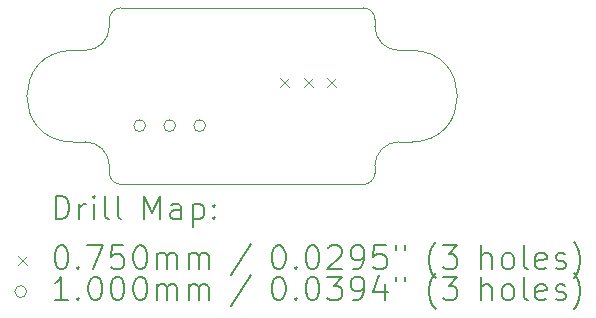
<source format=gbr>
%TF.GenerationSoftware,KiCad,Pcbnew,(7.0.0)*%
%TF.CreationDate,2023-03-10T21:17:03+00:00*%
%TF.ProjectId,12v_servo_driver,3132765f-7365-4727-966f-5f6472697665,A*%
%TF.SameCoordinates,Original*%
%TF.FileFunction,Drillmap*%
%TF.FilePolarity,Positive*%
%FSLAX45Y45*%
G04 Gerber Fmt 4.5, Leading zero omitted, Abs format (unit mm)*
G04 Created by KiCad (PCBNEW (7.0.0)) date 2023-03-10 21:17:03*
%MOMM*%
%LPD*%
G01*
G04 APERTURE LIST*
%ADD10C,0.050000*%
%ADD11C,0.200000*%
%ADD12C,0.075000*%
%ADD13C,0.100000*%
G04 APERTURE END LIST*
D10*
X14215110Y-10364470D02*
G75*
G03*
X14116050Y-10463530I0J-99060D01*
G01*
X14260830Y-10364470D02*
X14215110Y-10364470D01*
X16363950Y-10463530D02*
G75*
G03*
X16264890Y-10364470I-99060J0D01*
G01*
X16219170Y-11860530D02*
X16264890Y-11860530D01*
X16264890Y-11860530D02*
G75*
G03*
X16363950Y-11761470I0J99060D01*
G01*
X14116050Y-11761470D02*
G75*
G03*
X14215110Y-11860530I99060J0D01*
G01*
X14215110Y-11860530D02*
X16219170Y-11860530D01*
X16675100Y-11499850D02*
G75*
G03*
X16675100Y-10725150I0J387350D01*
G01*
X16363950Y-10521950D02*
G75*
G03*
X16567150Y-10725150I203200J0D01*
G01*
X13912850Y-10725150D02*
G75*
G03*
X14116050Y-10521950I0J203200D01*
G01*
X14116050Y-11703050D02*
G75*
G03*
X13912850Y-11499850I-203200J0D01*
G01*
X13912850Y-11499850D02*
X13804900Y-11499850D01*
X13912850Y-10725150D02*
X13804900Y-10725150D01*
X16675100Y-10725150D02*
X16567150Y-10725150D01*
X16567150Y-11499850D02*
X16675100Y-11499850D01*
X16363950Y-11761470D02*
X16363950Y-11703050D01*
X14116050Y-11761470D02*
X14116050Y-11703050D01*
X14116050Y-10521950D02*
X14116050Y-10463530D01*
X16264890Y-10364470D02*
X14260830Y-10364470D01*
X16363950Y-10463530D02*
X16363950Y-10521950D01*
X16567150Y-11499850D02*
G75*
G03*
X16363950Y-11703050I0J-203200D01*
G01*
X13804900Y-10725150D02*
G75*
G03*
X13804900Y-11499850I0J-387350D01*
G01*
D11*
D12*
X15562500Y-10957500D02*
X15637500Y-11032500D01*
X15637500Y-10957500D02*
X15562500Y-11032500D01*
X15762500Y-10957500D02*
X15837500Y-11032500D01*
X15837500Y-10957500D02*
X15762500Y-11032500D01*
X15962500Y-10957500D02*
X16037500Y-11032500D01*
X16037500Y-10957500D02*
X15962500Y-11032500D01*
D13*
X14422500Y-11362500D02*
G75*
G03*
X14422500Y-11362500I-50000J0D01*
G01*
X14676500Y-11362500D02*
G75*
G03*
X14676500Y-11362500I-50000J0D01*
G01*
X14930500Y-11362500D02*
G75*
G03*
X14930500Y-11362500I-50000J0D01*
G01*
D11*
X13662669Y-12156506D02*
X13662669Y-11956506D01*
X13662669Y-11956506D02*
X13710288Y-11956506D01*
X13710288Y-11956506D02*
X13738859Y-11966030D01*
X13738859Y-11966030D02*
X13757907Y-11985078D01*
X13757907Y-11985078D02*
X13767431Y-12004125D01*
X13767431Y-12004125D02*
X13776955Y-12042220D01*
X13776955Y-12042220D02*
X13776955Y-12070792D01*
X13776955Y-12070792D02*
X13767431Y-12108887D01*
X13767431Y-12108887D02*
X13757907Y-12127935D01*
X13757907Y-12127935D02*
X13738859Y-12146982D01*
X13738859Y-12146982D02*
X13710288Y-12156506D01*
X13710288Y-12156506D02*
X13662669Y-12156506D01*
X13862669Y-12156506D02*
X13862669Y-12023173D01*
X13862669Y-12061268D02*
X13872193Y-12042220D01*
X13872193Y-12042220D02*
X13881717Y-12032697D01*
X13881717Y-12032697D02*
X13900764Y-12023173D01*
X13900764Y-12023173D02*
X13919812Y-12023173D01*
X13986478Y-12156506D02*
X13986478Y-12023173D01*
X13986478Y-11956506D02*
X13976955Y-11966030D01*
X13976955Y-11966030D02*
X13986478Y-11975554D01*
X13986478Y-11975554D02*
X13996002Y-11966030D01*
X13996002Y-11966030D02*
X13986478Y-11956506D01*
X13986478Y-11956506D02*
X13986478Y-11975554D01*
X14110288Y-12156506D02*
X14091240Y-12146982D01*
X14091240Y-12146982D02*
X14081717Y-12127935D01*
X14081717Y-12127935D02*
X14081717Y-11956506D01*
X14215050Y-12156506D02*
X14196002Y-12146982D01*
X14196002Y-12146982D02*
X14186478Y-12127935D01*
X14186478Y-12127935D02*
X14186478Y-11956506D01*
X14411240Y-12156506D02*
X14411240Y-11956506D01*
X14411240Y-11956506D02*
X14477907Y-12099363D01*
X14477907Y-12099363D02*
X14544574Y-11956506D01*
X14544574Y-11956506D02*
X14544574Y-12156506D01*
X14725526Y-12156506D02*
X14725526Y-12051744D01*
X14725526Y-12051744D02*
X14716002Y-12032697D01*
X14716002Y-12032697D02*
X14696955Y-12023173D01*
X14696955Y-12023173D02*
X14658859Y-12023173D01*
X14658859Y-12023173D02*
X14639812Y-12032697D01*
X14725526Y-12146982D02*
X14706478Y-12156506D01*
X14706478Y-12156506D02*
X14658859Y-12156506D01*
X14658859Y-12156506D02*
X14639812Y-12146982D01*
X14639812Y-12146982D02*
X14630288Y-12127935D01*
X14630288Y-12127935D02*
X14630288Y-12108887D01*
X14630288Y-12108887D02*
X14639812Y-12089839D01*
X14639812Y-12089839D02*
X14658859Y-12080316D01*
X14658859Y-12080316D02*
X14706478Y-12080316D01*
X14706478Y-12080316D02*
X14725526Y-12070792D01*
X14820764Y-12023173D02*
X14820764Y-12223173D01*
X14820764Y-12032697D02*
X14839812Y-12023173D01*
X14839812Y-12023173D02*
X14877907Y-12023173D01*
X14877907Y-12023173D02*
X14896955Y-12032697D01*
X14896955Y-12032697D02*
X14906478Y-12042220D01*
X14906478Y-12042220D02*
X14916002Y-12061268D01*
X14916002Y-12061268D02*
X14916002Y-12118411D01*
X14916002Y-12118411D02*
X14906478Y-12137458D01*
X14906478Y-12137458D02*
X14896955Y-12146982D01*
X14896955Y-12146982D02*
X14877907Y-12156506D01*
X14877907Y-12156506D02*
X14839812Y-12156506D01*
X14839812Y-12156506D02*
X14820764Y-12146982D01*
X15001717Y-12137458D02*
X15011240Y-12146982D01*
X15011240Y-12146982D02*
X15001717Y-12156506D01*
X15001717Y-12156506D02*
X14992193Y-12146982D01*
X14992193Y-12146982D02*
X15001717Y-12137458D01*
X15001717Y-12137458D02*
X15001717Y-12156506D01*
X15001717Y-12032697D02*
X15011240Y-12042220D01*
X15011240Y-12042220D02*
X15001717Y-12051744D01*
X15001717Y-12051744D02*
X14992193Y-12042220D01*
X14992193Y-12042220D02*
X15001717Y-12032697D01*
X15001717Y-12032697D02*
X15001717Y-12051744D01*
D12*
X13340050Y-12465530D02*
X13415050Y-12540530D01*
X13415050Y-12465530D02*
X13340050Y-12540530D01*
D11*
X13700764Y-12376506D02*
X13719812Y-12376506D01*
X13719812Y-12376506D02*
X13738859Y-12386030D01*
X13738859Y-12386030D02*
X13748383Y-12395554D01*
X13748383Y-12395554D02*
X13757907Y-12414601D01*
X13757907Y-12414601D02*
X13767431Y-12452697D01*
X13767431Y-12452697D02*
X13767431Y-12500316D01*
X13767431Y-12500316D02*
X13757907Y-12538411D01*
X13757907Y-12538411D02*
X13748383Y-12557458D01*
X13748383Y-12557458D02*
X13738859Y-12566982D01*
X13738859Y-12566982D02*
X13719812Y-12576506D01*
X13719812Y-12576506D02*
X13700764Y-12576506D01*
X13700764Y-12576506D02*
X13681717Y-12566982D01*
X13681717Y-12566982D02*
X13672193Y-12557458D01*
X13672193Y-12557458D02*
X13662669Y-12538411D01*
X13662669Y-12538411D02*
X13653145Y-12500316D01*
X13653145Y-12500316D02*
X13653145Y-12452697D01*
X13653145Y-12452697D02*
X13662669Y-12414601D01*
X13662669Y-12414601D02*
X13672193Y-12395554D01*
X13672193Y-12395554D02*
X13681717Y-12386030D01*
X13681717Y-12386030D02*
X13700764Y-12376506D01*
X13853145Y-12557458D02*
X13862669Y-12566982D01*
X13862669Y-12566982D02*
X13853145Y-12576506D01*
X13853145Y-12576506D02*
X13843621Y-12566982D01*
X13843621Y-12566982D02*
X13853145Y-12557458D01*
X13853145Y-12557458D02*
X13853145Y-12576506D01*
X13929336Y-12376506D02*
X14062669Y-12376506D01*
X14062669Y-12376506D02*
X13976955Y-12576506D01*
X14234098Y-12376506D02*
X14138859Y-12376506D01*
X14138859Y-12376506D02*
X14129336Y-12471744D01*
X14129336Y-12471744D02*
X14138859Y-12462220D01*
X14138859Y-12462220D02*
X14157907Y-12452697D01*
X14157907Y-12452697D02*
X14205526Y-12452697D01*
X14205526Y-12452697D02*
X14224574Y-12462220D01*
X14224574Y-12462220D02*
X14234098Y-12471744D01*
X14234098Y-12471744D02*
X14243621Y-12490792D01*
X14243621Y-12490792D02*
X14243621Y-12538411D01*
X14243621Y-12538411D02*
X14234098Y-12557458D01*
X14234098Y-12557458D02*
X14224574Y-12566982D01*
X14224574Y-12566982D02*
X14205526Y-12576506D01*
X14205526Y-12576506D02*
X14157907Y-12576506D01*
X14157907Y-12576506D02*
X14138859Y-12566982D01*
X14138859Y-12566982D02*
X14129336Y-12557458D01*
X14367431Y-12376506D02*
X14386479Y-12376506D01*
X14386479Y-12376506D02*
X14405526Y-12386030D01*
X14405526Y-12386030D02*
X14415050Y-12395554D01*
X14415050Y-12395554D02*
X14424574Y-12414601D01*
X14424574Y-12414601D02*
X14434098Y-12452697D01*
X14434098Y-12452697D02*
X14434098Y-12500316D01*
X14434098Y-12500316D02*
X14424574Y-12538411D01*
X14424574Y-12538411D02*
X14415050Y-12557458D01*
X14415050Y-12557458D02*
X14405526Y-12566982D01*
X14405526Y-12566982D02*
X14386479Y-12576506D01*
X14386479Y-12576506D02*
X14367431Y-12576506D01*
X14367431Y-12576506D02*
X14348383Y-12566982D01*
X14348383Y-12566982D02*
X14338859Y-12557458D01*
X14338859Y-12557458D02*
X14329336Y-12538411D01*
X14329336Y-12538411D02*
X14319812Y-12500316D01*
X14319812Y-12500316D02*
X14319812Y-12452697D01*
X14319812Y-12452697D02*
X14329336Y-12414601D01*
X14329336Y-12414601D02*
X14338859Y-12395554D01*
X14338859Y-12395554D02*
X14348383Y-12386030D01*
X14348383Y-12386030D02*
X14367431Y-12376506D01*
X14519812Y-12576506D02*
X14519812Y-12443173D01*
X14519812Y-12462220D02*
X14529336Y-12452697D01*
X14529336Y-12452697D02*
X14548383Y-12443173D01*
X14548383Y-12443173D02*
X14576955Y-12443173D01*
X14576955Y-12443173D02*
X14596002Y-12452697D01*
X14596002Y-12452697D02*
X14605526Y-12471744D01*
X14605526Y-12471744D02*
X14605526Y-12576506D01*
X14605526Y-12471744D02*
X14615050Y-12452697D01*
X14615050Y-12452697D02*
X14634098Y-12443173D01*
X14634098Y-12443173D02*
X14662669Y-12443173D01*
X14662669Y-12443173D02*
X14681717Y-12452697D01*
X14681717Y-12452697D02*
X14691240Y-12471744D01*
X14691240Y-12471744D02*
X14691240Y-12576506D01*
X14786479Y-12576506D02*
X14786479Y-12443173D01*
X14786479Y-12462220D02*
X14796002Y-12452697D01*
X14796002Y-12452697D02*
X14815050Y-12443173D01*
X14815050Y-12443173D02*
X14843621Y-12443173D01*
X14843621Y-12443173D02*
X14862669Y-12452697D01*
X14862669Y-12452697D02*
X14872193Y-12471744D01*
X14872193Y-12471744D02*
X14872193Y-12576506D01*
X14872193Y-12471744D02*
X14881717Y-12452697D01*
X14881717Y-12452697D02*
X14900764Y-12443173D01*
X14900764Y-12443173D02*
X14929336Y-12443173D01*
X14929336Y-12443173D02*
X14948383Y-12452697D01*
X14948383Y-12452697D02*
X14957907Y-12471744D01*
X14957907Y-12471744D02*
X14957907Y-12576506D01*
X15316002Y-12366982D02*
X15144574Y-12624125D01*
X15540764Y-12376506D02*
X15559812Y-12376506D01*
X15559812Y-12376506D02*
X15578860Y-12386030D01*
X15578860Y-12386030D02*
X15588383Y-12395554D01*
X15588383Y-12395554D02*
X15597907Y-12414601D01*
X15597907Y-12414601D02*
X15607431Y-12452697D01*
X15607431Y-12452697D02*
X15607431Y-12500316D01*
X15607431Y-12500316D02*
X15597907Y-12538411D01*
X15597907Y-12538411D02*
X15588383Y-12557458D01*
X15588383Y-12557458D02*
X15578860Y-12566982D01*
X15578860Y-12566982D02*
X15559812Y-12576506D01*
X15559812Y-12576506D02*
X15540764Y-12576506D01*
X15540764Y-12576506D02*
X15521717Y-12566982D01*
X15521717Y-12566982D02*
X15512193Y-12557458D01*
X15512193Y-12557458D02*
X15502669Y-12538411D01*
X15502669Y-12538411D02*
X15493145Y-12500316D01*
X15493145Y-12500316D02*
X15493145Y-12452697D01*
X15493145Y-12452697D02*
X15502669Y-12414601D01*
X15502669Y-12414601D02*
X15512193Y-12395554D01*
X15512193Y-12395554D02*
X15521717Y-12386030D01*
X15521717Y-12386030D02*
X15540764Y-12376506D01*
X15693145Y-12557458D02*
X15702669Y-12566982D01*
X15702669Y-12566982D02*
X15693145Y-12576506D01*
X15693145Y-12576506D02*
X15683621Y-12566982D01*
X15683621Y-12566982D02*
X15693145Y-12557458D01*
X15693145Y-12557458D02*
X15693145Y-12576506D01*
X15826479Y-12376506D02*
X15845526Y-12376506D01*
X15845526Y-12376506D02*
X15864574Y-12386030D01*
X15864574Y-12386030D02*
X15874098Y-12395554D01*
X15874098Y-12395554D02*
X15883621Y-12414601D01*
X15883621Y-12414601D02*
X15893145Y-12452697D01*
X15893145Y-12452697D02*
X15893145Y-12500316D01*
X15893145Y-12500316D02*
X15883621Y-12538411D01*
X15883621Y-12538411D02*
X15874098Y-12557458D01*
X15874098Y-12557458D02*
X15864574Y-12566982D01*
X15864574Y-12566982D02*
X15845526Y-12576506D01*
X15845526Y-12576506D02*
X15826479Y-12576506D01*
X15826479Y-12576506D02*
X15807431Y-12566982D01*
X15807431Y-12566982D02*
X15797907Y-12557458D01*
X15797907Y-12557458D02*
X15788383Y-12538411D01*
X15788383Y-12538411D02*
X15778860Y-12500316D01*
X15778860Y-12500316D02*
X15778860Y-12452697D01*
X15778860Y-12452697D02*
X15788383Y-12414601D01*
X15788383Y-12414601D02*
X15797907Y-12395554D01*
X15797907Y-12395554D02*
X15807431Y-12386030D01*
X15807431Y-12386030D02*
X15826479Y-12376506D01*
X15969336Y-12395554D02*
X15978860Y-12386030D01*
X15978860Y-12386030D02*
X15997907Y-12376506D01*
X15997907Y-12376506D02*
X16045526Y-12376506D01*
X16045526Y-12376506D02*
X16064574Y-12386030D01*
X16064574Y-12386030D02*
X16074098Y-12395554D01*
X16074098Y-12395554D02*
X16083621Y-12414601D01*
X16083621Y-12414601D02*
X16083621Y-12433649D01*
X16083621Y-12433649D02*
X16074098Y-12462220D01*
X16074098Y-12462220D02*
X15959812Y-12576506D01*
X15959812Y-12576506D02*
X16083621Y-12576506D01*
X16178860Y-12576506D02*
X16216955Y-12576506D01*
X16216955Y-12576506D02*
X16236002Y-12566982D01*
X16236002Y-12566982D02*
X16245526Y-12557458D01*
X16245526Y-12557458D02*
X16264574Y-12528887D01*
X16264574Y-12528887D02*
X16274098Y-12490792D01*
X16274098Y-12490792D02*
X16274098Y-12414601D01*
X16274098Y-12414601D02*
X16264574Y-12395554D01*
X16264574Y-12395554D02*
X16255050Y-12386030D01*
X16255050Y-12386030D02*
X16236002Y-12376506D01*
X16236002Y-12376506D02*
X16197907Y-12376506D01*
X16197907Y-12376506D02*
X16178860Y-12386030D01*
X16178860Y-12386030D02*
X16169336Y-12395554D01*
X16169336Y-12395554D02*
X16159812Y-12414601D01*
X16159812Y-12414601D02*
X16159812Y-12462220D01*
X16159812Y-12462220D02*
X16169336Y-12481268D01*
X16169336Y-12481268D02*
X16178860Y-12490792D01*
X16178860Y-12490792D02*
X16197907Y-12500316D01*
X16197907Y-12500316D02*
X16236002Y-12500316D01*
X16236002Y-12500316D02*
X16255050Y-12490792D01*
X16255050Y-12490792D02*
X16264574Y-12481268D01*
X16264574Y-12481268D02*
X16274098Y-12462220D01*
X16455050Y-12376506D02*
X16359812Y-12376506D01*
X16359812Y-12376506D02*
X16350288Y-12471744D01*
X16350288Y-12471744D02*
X16359812Y-12462220D01*
X16359812Y-12462220D02*
X16378860Y-12452697D01*
X16378860Y-12452697D02*
X16426479Y-12452697D01*
X16426479Y-12452697D02*
X16445526Y-12462220D01*
X16445526Y-12462220D02*
X16455050Y-12471744D01*
X16455050Y-12471744D02*
X16464574Y-12490792D01*
X16464574Y-12490792D02*
X16464574Y-12538411D01*
X16464574Y-12538411D02*
X16455050Y-12557458D01*
X16455050Y-12557458D02*
X16445526Y-12566982D01*
X16445526Y-12566982D02*
X16426479Y-12576506D01*
X16426479Y-12576506D02*
X16378860Y-12576506D01*
X16378860Y-12576506D02*
X16359812Y-12566982D01*
X16359812Y-12566982D02*
X16350288Y-12557458D01*
X16540764Y-12376506D02*
X16540764Y-12414601D01*
X16616955Y-12376506D02*
X16616955Y-12414601D01*
X16879812Y-12652697D02*
X16870288Y-12643173D01*
X16870288Y-12643173D02*
X16851241Y-12614601D01*
X16851241Y-12614601D02*
X16841717Y-12595554D01*
X16841717Y-12595554D02*
X16832193Y-12566982D01*
X16832193Y-12566982D02*
X16822669Y-12519363D01*
X16822669Y-12519363D02*
X16822669Y-12481268D01*
X16822669Y-12481268D02*
X16832193Y-12433649D01*
X16832193Y-12433649D02*
X16841717Y-12405078D01*
X16841717Y-12405078D02*
X16851241Y-12386030D01*
X16851241Y-12386030D02*
X16870288Y-12357458D01*
X16870288Y-12357458D02*
X16879812Y-12347935D01*
X16936955Y-12376506D02*
X17060764Y-12376506D01*
X17060764Y-12376506D02*
X16994098Y-12452697D01*
X16994098Y-12452697D02*
X17022669Y-12452697D01*
X17022669Y-12452697D02*
X17041717Y-12462220D01*
X17041717Y-12462220D02*
X17051241Y-12471744D01*
X17051241Y-12471744D02*
X17060764Y-12490792D01*
X17060764Y-12490792D02*
X17060764Y-12538411D01*
X17060764Y-12538411D02*
X17051241Y-12557458D01*
X17051241Y-12557458D02*
X17041717Y-12566982D01*
X17041717Y-12566982D02*
X17022669Y-12576506D01*
X17022669Y-12576506D02*
X16965526Y-12576506D01*
X16965526Y-12576506D02*
X16946479Y-12566982D01*
X16946479Y-12566982D02*
X16936955Y-12557458D01*
X17266479Y-12576506D02*
X17266479Y-12376506D01*
X17352193Y-12576506D02*
X17352193Y-12471744D01*
X17352193Y-12471744D02*
X17342669Y-12452697D01*
X17342669Y-12452697D02*
X17323622Y-12443173D01*
X17323622Y-12443173D02*
X17295050Y-12443173D01*
X17295050Y-12443173D02*
X17276003Y-12452697D01*
X17276003Y-12452697D02*
X17266479Y-12462220D01*
X17476003Y-12576506D02*
X17456955Y-12566982D01*
X17456955Y-12566982D02*
X17447431Y-12557458D01*
X17447431Y-12557458D02*
X17437907Y-12538411D01*
X17437907Y-12538411D02*
X17437907Y-12481268D01*
X17437907Y-12481268D02*
X17447431Y-12462220D01*
X17447431Y-12462220D02*
X17456955Y-12452697D01*
X17456955Y-12452697D02*
X17476003Y-12443173D01*
X17476003Y-12443173D02*
X17504574Y-12443173D01*
X17504574Y-12443173D02*
X17523622Y-12452697D01*
X17523622Y-12452697D02*
X17533145Y-12462220D01*
X17533145Y-12462220D02*
X17542669Y-12481268D01*
X17542669Y-12481268D02*
X17542669Y-12538411D01*
X17542669Y-12538411D02*
X17533145Y-12557458D01*
X17533145Y-12557458D02*
X17523622Y-12566982D01*
X17523622Y-12566982D02*
X17504574Y-12576506D01*
X17504574Y-12576506D02*
X17476003Y-12576506D01*
X17656955Y-12576506D02*
X17637907Y-12566982D01*
X17637907Y-12566982D02*
X17628384Y-12547935D01*
X17628384Y-12547935D02*
X17628384Y-12376506D01*
X17809336Y-12566982D02*
X17790288Y-12576506D01*
X17790288Y-12576506D02*
X17752193Y-12576506D01*
X17752193Y-12576506D02*
X17733145Y-12566982D01*
X17733145Y-12566982D02*
X17723622Y-12547935D01*
X17723622Y-12547935D02*
X17723622Y-12471744D01*
X17723622Y-12471744D02*
X17733145Y-12452697D01*
X17733145Y-12452697D02*
X17752193Y-12443173D01*
X17752193Y-12443173D02*
X17790288Y-12443173D01*
X17790288Y-12443173D02*
X17809336Y-12452697D01*
X17809336Y-12452697D02*
X17818860Y-12471744D01*
X17818860Y-12471744D02*
X17818860Y-12490792D01*
X17818860Y-12490792D02*
X17723622Y-12509839D01*
X17895050Y-12566982D02*
X17914098Y-12576506D01*
X17914098Y-12576506D02*
X17952193Y-12576506D01*
X17952193Y-12576506D02*
X17971241Y-12566982D01*
X17971241Y-12566982D02*
X17980765Y-12547935D01*
X17980765Y-12547935D02*
X17980765Y-12538411D01*
X17980765Y-12538411D02*
X17971241Y-12519363D01*
X17971241Y-12519363D02*
X17952193Y-12509839D01*
X17952193Y-12509839D02*
X17923622Y-12509839D01*
X17923622Y-12509839D02*
X17904574Y-12500316D01*
X17904574Y-12500316D02*
X17895050Y-12481268D01*
X17895050Y-12481268D02*
X17895050Y-12471744D01*
X17895050Y-12471744D02*
X17904574Y-12452697D01*
X17904574Y-12452697D02*
X17923622Y-12443173D01*
X17923622Y-12443173D02*
X17952193Y-12443173D01*
X17952193Y-12443173D02*
X17971241Y-12452697D01*
X18047431Y-12652697D02*
X18056955Y-12643173D01*
X18056955Y-12643173D02*
X18076003Y-12614601D01*
X18076003Y-12614601D02*
X18085526Y-12595554D01*
X18085526Y-12595554D02*
X18095050Y-12566982D01*
X18095050Y-12566982D02*
X18104574Y-12519363D01*
X18104574Y-12519363D02*
X18104574Y-12481268D01*
X18104574Y-12481268D02*
X18095050Y-12433649D01*
X18095050Y-12433649D02*
X18085526Y-12405078D01*
X18085526Y-12405078D02*
X18076003Y-12386030D01*
X18076003Y-12386030D02*
X18056955Y-12357458D01*
X18056955Y-12357458D02*
X18047431Y-12347935D01*
D13*
X13415050Y-12767030D02*
G75*
G03*
X13415050Y-12767030I-50000J0D01*
G01*
D11*
X13767431Y-12840506D02*
X13653145Y-12840506D01*
X13710288Y-12840506D02*
X13710288Y-12640506D01*
X13710288Y-12640506D02*
X13691240Y-12669078D01*
X13691240Y-12669078D02*
X13672193Y-12688125D01*
X13672193Y-12688125D02*
X13653145Y-12697649D01*
X13853145Y-12821458D02*
X13862669Y-12830982D01*
X13862669Y-12830982D02*
X13853145Y-12840506D01*
X13853145Y-12840506D02*
X13843621Y-12830982D01*
X13843621Y-12830982D02*
X13853145Y-12821458D01*
X13853145Y-12821458D02*
X13853145Y-12840506D01*
X13986478Y-12640506D02*
X14005526Y-12640506D01*
X14005526Y-12640506D02*
X14024574Y-12650030D01*
X14024574Y-12650030D02*
X14034098Y-12659554D01*
X14034098Y-12659554D02*
X14043621Y-12678601D01*
X14043621Y-12678601D02*
X14053145Y-12716697D01*
X14053145Y-12716697D02*
X14053145Y-12764316D01*
X14053145Y-12764316D02*
X14043621Y-12802411D01*
X14043621Y-12802411D02*
X14034098Y-12821458D01*
X14034098Y-12821458D02*
X14024574Y-12830982D01*
X14024574Y-12830982D02*
X14005526Y-12840506D01*
X14005526Y-12840506D02*
X13986478Y-12840506D01*
X13986478Y-12840506D02*
X13967431Y-12830982D01*
X13967431Y-12830982D02*
X13957907Y-12821458D01*
X13957907Y-12821458D02*
X13948383Y-12802411D01*
X13948383Y-12802411D02*
X13938859Y-12764316D01*
X13938859Y-12764316D02*
X13938859Y-12716697D01*
X13938859Y-12716697D02*
X13948383Y-12678601D01*
X13948383Y-12678601D02*
X13957907Y-12659554D01*
X13957907Y-12659554D02*
X13967431Y-12650030D01*
X13967431Y-12650030D02*
X13986478Y-12640506D01*
X14176955Y-12640506D02*
X14196002Y-12640506D01*
X14196002Y-12640506D02*
X14215050Y-12650030D01*
X14215050Y-12650030D02*
X14224574Y-12659554D01*
X14224574Y-12659554D02*
X14234098Y-12678601D01*
X14234098Y-12678601D02*
X14243621Y-12716697D01*
X14243621Y-12716697D02*
X14243621Y-12764316D01*
X14243621Y-12764316D02*
X14234098Y-12802411D01*
X14234098Y-12802411D02*
X14224574Y-12821458D01*
X14224574Y-12821458D02*
X14215050Y-12830982D01*
X14215050Y-12830982D02*
X14196002Y-12840506D01*
X14196002Y-12840506D02*
X14176955Y-12840506D01*
X14176955Y-12840506D02*
X14157907Y-12830982D01*
X14157907Y-12830982D02*
X14148383Y-12821458D01*
X14148383Y-12821458D02*
X14138859Y-12802411D01*
X14138859Y-12802411D02*
X14129336Y-12764316D01*
X14129336Y-12764316D02*
X14129336Y-12716697D01*
X14129336Y-12716697D02*
X14138859Y-12678601D01*
X14138859Y-12678601D02*
X14148383Y-12659554D01*
X14148383Y-12659554D02*
X14157907Y-12650030D01*
X14157907Y-12650030D02*
X14176955Y-12640506D01*
X14367431Y-12640506D02*
X14386479Y-12640506D01*
X14386479Y-12640506D02*
X14405526Y-12650030D01*
X14405526Y-12650030D02*
X14415050Y-12659554D01*
X14415050Y-12659554D02*
X14424574Y-12678601D01*
X14424574Y-12678601D02*
X14434098Y-12716697D01*
X14434098Y-12716697D02*
X14434098Y-12764316D01*
X14434098Y-12764316D02*
X14424574Y-12802411D01*
X14424574Y-12802411D02*
X14415050Y-12821458D01*
X14415050Y-12821458D02*
X14405526Y-12830982D01*
X14405526Y-12830982D02*
X14386479Y-12840506D01*
X14386479Y-12840506D02*
X14367431Y-12840506D01*
X14367431Y-12840506D02*
X14348383Y-12830982D01*
X14348383Y-12830982D02*
X14338859Y-12821458D01*
X14338859Y-12821458D02*
X14329336Y-12802411D01*
X14329336Y-12802411D02*
X14319812Y-12764316D01*
X14319812Y-12764316D02*
X14319812Y-12716697D01*
X14319812Y-12716697D02*
X14329336Y-12678601D01*
X14329336Y-12678601D02*
X14338859Y-12659554D01*
X14338859Y-12659554D02*
X14348383Y-12650030D01*
X14348383Y-12650030D02*
X14367431Y-12640506D01*
X14519812Y-12840506D02*
X14519812Y-12707173D01*
X14519812Y-12726220D02*
X14529336Y-12716697D01*
X14529336Y-12716697D02*
X14548383Y-12707173D01*
X14548383Y-12707173D02*
X14576955Y-12707173D01*
X14576955Y-12707173D02*
X14596002Y-12716697D01*
X14596002Y-12716697D02*
X14605526Y-12735744D01*
X14605526Y-12735744D02*
X14605526Y-12840506D01*
X14605526Y-12735744D02*
X14615050Y-12716697D01*
X14615050Y-12716697D02*
X14634098Y-12707173D01*
X14634098Y-12707173D02*
X14662669Y-12707173D01*
X14662669Y-12707173D02*
X14681717Y-12716697D01*
X14681717Y-12716697D02*
X14691240Y-12735744D01*
X14691240Y-12735744D02*
X14691240Y-12840506D01*
X14786479Y-12840506D02*
X14786479Y-12707173D01*
X14786479Y-12726220D02*
X14796002Y-12716697D01*
X14796002Y-12716697D02*
X14815050Y-12707173D01*
X14815050Y-12707173D02*
X14843621Y-12707173D01*
X14843621Y-12707173D02*
X14862669Y-12716697D01*
X14862669Y-12716697D02*
X14872193Y-12735744D01*
X14872193Y-12735744D02*
X14872193Y-12840506D01*
X14872193Y-12735744D02*
X14881717Y-12716697D01*
X14881717Y-12716697D02*
X14900764Y-12707173D01*
X14900764Y-12707173D02*
X14929336Y-12707173D01*
X14929336Y-12707173D02*
X14948383Y-12716697D01*
X14948383Y-12716697D02*
X14957907Y-12735744D01*
X14957907Y-12735744D02*
X14957907Y-12840506D01*
X15316002Y-12630982D02*
X15144574Y-12888125D01*
X15540764Y-12640506D02*
X15559812Y-12640506D01*
X15559812Y-12640506D02*
X15578860Y-12650030D01*
X15578860Y-12650030D02*
X15588383Y-12659554D01*
X15588383Y-12659554D02*
X15597907Y-12678601D01*
X15597907Y-12678601D02*
X15607431Y-12716697D01*
X15607431Y-12716697D02*
X15607431Y-12764316D01*
X15607431Y-12764316D02*
X15597907Y-12802411D01*
X15597907Y-12802411D02*
X15588383Y-12821458D01*
X15588383Y-12821458D02*
X15578860Y-12830982D01*
X15578860Y-12830982D02*
X15559812Y-12840506D01*
X15559812Y-12840506D02*
X15540764Y-12840506D01*
X15540764Y-12840506D02*
X15521717Y-12830982D01*
X15521717Y-12830982D02*
X15512193Y-12821458D01*
X15512193Y-12821458D02*
X15502669Y-12802411D01*
X15502669Y-12802411D02*
X15493145Y-12764316D01*
X15493145Y-12764316D02*
X15493145Y-12716697D01*
X15493145Y-12716697D02*
X15502669Y-12678601D01*
X15502669Y-12678601D02*
X15512193Y-12659554D01*
X15512193Y-12659554D02*
X15521717Y-12650030D01*
X15521717Y-12650030D02*
X15540764Y-12640506D01*
X15693145Y-12821458D02*
X15702669Y-12830982D01*
X15702669Y-12830982D02*
X15693145Y-12840506D01*
X15693145Y-12840506D02*
X15683621Y-12830982D01*
X15683621Y-12830982D02*
X15693145Y-12821458D01*
X15693145Y-12821458D02*
X15693145Y-12840506D01*
X15826479Y-12640506D02*
X15845526Y-12640506D01*
X15845526Y-12640506D02*
X15864574Y-12650030D01*
X15864574Y-12650030D02*
X15874098Y-12659554D01*
X15874098Y-12659554D02*
X15883621Y-12678601D01*
X15883621Y-12678601D02*
X15893145Y-12716697D01*
X15893145Y-12716697D02*
X15893145Y-12764316D01*
X15893145Y-12764316D02*
X15883621Y-12802411D01*
X15883621Y-12802411D02*
X15874098Y-12821458D01*
X15874098Y-12821458D02*
X15864574Y-12830982D01*
X15864574Y-12830982D02*
X15845526Y-12840506D01*
X15845526Y-12840506D02*
X15826479Y-12840506D01*
X15826479Y-12840506D02*
X15807431Y-12830982D01*
X15807431Y-12830982D02*
X15797907Y-12821458D01*
X15797907Y-12821458D02*
X15788383Y-12802411D01*
X15788383Y-12802411D02*
X15778860Y-12764316D01*
X15778860Y-12764316D02*
X15778860Y-12716697D01*
X15778860Y-12716697D02*
X15788383Y-12678601D01*
X15788383Y-12678601D02*
X15797907Y-12659554D01*
X15797907Y-12659554D02*
X15807431Y-12650030D01*
X15807431Y-12650030D02*
X15826479Y-12640506D01*
X15959812Y-12640506D02*
X16083621Y-12640506D01*
X16083621Y-12640506D02*
X16016955Y-12716697D01*
X16016955Y-12716697D02*
X16045526Y-12716697D01*
X16045526Y-12716697D02*
X16064574Y-12726220D01*
X16064574Y-12726220D02*
X16074098Y-12735744D01*
X16074098Y-12735744D02*
X16083621Y-12754792D01*
X16083621Y-12754792D02*
X16083621Y-12802411D01*
X16083621Y-12802411D02*
X16074098Y-12821458D01*
X16074098Y-12821458D02*
X16064574Y-12830982D01*
X16064574Y-12830982D02*
X16045526Y-12840506D01*
X16045526Y-12840506D02*
X15988383Y-12840506D01*
X15988383Y-12840506D02*
X15969336Y-12830982D01*
X15969336Y-12830982D02*
X15959812Y-12821458D01*
X16178860Y-12840506D02*
X16216955Y-12840506D01*
X16216955Y-12840506D02*
X16236002Y-12830982D01*
X16236002Y-12830982D02*
X16245526Y-12821458D01*
X16245526Y-12821458D02*
X16264574Y-12792887D01*
X16264574Y-12792887D02*
X16274098Y-12754792D01*
X16274098Y-12754792D02*
X16274098Y-12678601D01*
X16274098Y-12678601D02*
X16264574Y-12659554D01*
X16264574Y-12659554D02*
X16255050Y-12650030D01*
X16255050Y-12650030D02*
X16236002Y-12640506D01*
X16236002Y-12640506D02*
X16197907Y-12640506D01*
X16197907Y-12640506D02*
X16178860Y-12650030D01*
X16178860Y-12650030D02*
X16169336Y-12659554D01*
X16169336Y-12659554D02*
X16159812Y-12678601D01*
X16159812Y-12678601D02*
X16159812Y-12726220D01*
X16159812Y-12726220D02*
X16169336Y-12745268D01*
X16169336Y-12745268D02*
X16178860Y-12754792D01*
X16178860Y-12754792D02*
X16197907Y-12764316D01*
X16197907Y-12764316D02*
X16236002Y-12764316D01*
X16236002Y-12764316D02*
X16255050Y-12754792D01*
X16255050Y-12754792D02*
X16264574Y-12745268D01*
X16264574Y-12745268D02*
X16274098Y-12726220D01*
X16445526Y-12707173D02*
X16445526Y-12840506D01*
X16397907Y-12630982D02*
X16350288Y-12773839D01*
X16350288Y-12773839D02*
X16474098Y-12773839D01*
X16540764Y-12640506D02*
X16540764Y-12678601D01*
X16616955Y-12640506D02*
X16616955Y-12678601D01*
X16879812Y-12916697D02*
X16870288Y-12907173D01*
X16870288Y-12907173D02*
X16851241Y-12878601D01*
X16851241Y-12878601D02*
X16841717Y-12859554D01*
X16841717Y-12859554D02*
X16832193Y-12830982D01*
X16832193Y-12830982D02*
X16822669Y-12783363D01*
X16822669Y-12783363D02*
X16822669Y-12745268D01*
X16822669Y-12745268D02*
X16832193Y-12697649D01*
X16832193Y-12697649D02*
X16841717Y-12669078D01*
X16841717Y-12669078D02*
X16851241Y-12650030D01*
X16851241Y-12650030D02*
X16870288Y-12621458D01*
X16870288Y-12621458D02*
X16879812Y-12611935D01*
X16936955Y-12640506D02*
X17060764Y-12640506D01*
X17060764Y-12640506D02*
X16994098Y-12716697D01*
X16994098Y-12716697D02*
X17022669Y-12716697D01*
X17022669Y-12716697D02*
X17041717Y-12726220D01*
X17041717Y-12726220D02*
X17051241Y-12735744D01*
X17051241Y-12735744D02*
X17060764Y-12754792D01*
X17060764Y-12754792D02*
X17060764Y-12802411D01*
X17060764Y-12802411D02*
X17051241Y-12821458D01*
X17051241Y-12821458D02*
X17041717Y-12830982D01*
X17041717Y-12830982D02*
X17022669Y-12840506D01*
X17022669Y-12840506D02*
X16965526Y-12840506D01*
X16965526Y-12840506D02*
X16946479Y-12830982D01*
X16946479Y-12830982D02*
X16936955Y-12821458D01*
X17266479Y-12840506D02*
X17266479Y-12640506D01*
X17352193Y-12840506D02*
X17352193Y-12735744D01*
X17352193Y-12735744D02*
X17342669Y-12716697D01*
X17342669Y-12716697D02*
X17323622Y-12707173D01*
X17323622Y-12707173D02*
X17295050Y-12707173D01*
X17295050Y-12707173D02*
X17276003Y-12716697D01*
X17276003Y-12716697D02*
X17266479Y-12726220D01*
X17476003Y-12840506D02*
X17456955Y-12830982D01*
X17456955Y-12830982D02*
X17447431Y-12821458D01*
X17447431Y-12821458D02*
X17437907Y-12802411D01*
X17437907Y-12802411D02*
X17437907Y-12745268D01*
X17437907Y-12745268D02*
X17447431Y-12726220D01*
X17447431Y-12726220D02*
X17456955Y-12716697D01*
X17456955Y-12716697D02*
X17476003Y-12707173D01*
X17476003Y-12707173D02*
X17504574Y-12707173D01*
X17504574Y-12707173D02*
X17523622Y-12716697D01*
X17523622Y-12716697D02*
X17533145Y-12726220D01*
X17533145Y-12726220D02*
X17542669Y-12745268D01*
X17542669Y-12745268D02*
X17542669Y-12802411D01*
X17542669Y-12802411D02*
X17533145Y-12821458D01*
X17533145Y-12821458D02*
X17523622Y-12830982D01*
X17523622Y-12830982D02*
X17504574Y-12840506D01*
X17504574Y-12840506D02*
X17476003Y-12840506D01*
X17656955Y-12840506D02*
X17637907Y-12830982D01*
X17637907Y-12830982D02*
X17628384Y-12811935D01*
X17628384Y-12811935D02*
X17628384Y-12640506D01*
X17809336Y-12830982D02*
X17790288Y-12840506D01*
X17790288Y-12840506D02*
X17752193Y-12840506D01*
X17752193Y-12840506D02*
X17733145Y-12830982D01*
X17733145Y-12830982D02*
X17723622Y-12811935D01*
X17723622Y-12811935D02*
X17723622Y-12735744D01*
X17723622Y-12735744D02*
X17733145Y-12716697D01*
X17733145Y-12716697D02*
X17752193Y-12707173D01*
X17752193Y-12707173D02*
X17790288Y-12707173D01*
X17790288Y-12707173D02*
X17809336Y-12716697D01*
X17809336Y-12716697D02*
X17818860Y-12735744D01*
X17818860Y-12735744D02*
X17818860Y-12754792D01*
X17818860Y-12754792D02*
X17723622Y-12773839D01*
X17895050Y-12830982D02*
X17914098Y-12840506D01*
X17914098Y-12840506D02*
X17952193Y-12840506D01*
X17952193Y-12840506D02*
X17971241Y-12830982D01*
X17971241Y-12830982D02*
X17980765Y-12811935D01*
X17980765Y-12811935D02*
X17980765Y-12802411D01*
X17980765Y-12802411D02*
X17971241Y-12783363D01*
X17971241Y-12783363D02*
X17952193Y-12773839D01*
X17952193Y-12773839D02*
X17923622Y-12773839D01*
X17923622Y-12773839D02*
X17904574Y-12764316D01*
X17904574Y-12764316D02*
X17895050Y-12745268D01*
X17895050Y-12745268D02*
X17895050Y-12735744D01*
X17895050Y-12735744D02*
X17904574Y-12716697D01*
X17904574Y-12716697D02*
X17923622Y-12707173D01*
X17923622Y-12707173D02*
X17952193Y-12707173D01*
X17952193Y-12707173D02*
X17971241Y-12716697D01*
X18047431Y-12916697D02*
X18056955Y-12907173D01*
X18056955Y-12907173D02*
X18076003Y-12878601D01*
X18076003Y-12878601D02*
X18085526Y-12859554D01*
X18085526Y-12859554D02*
X18095050Y-12830982D01*
X18095050Y-12830982D02*
X18104574Y-12783363D01*
X18104574Y-12783363D02*
X18104574Y-12745268D01*
X18104574Y-12745268D02*
X18095050Y-12697649D01*
X18095050Y-12697649D02*
X18085526Y-12669078D01*
X18085526Y-12669078D02*
X18076003Y-12650030D01*
X18076003Y-12650030D02*
X18056955Y-12621458D01*
X18056955Y-12621458D02*
X18047431Y-12611935D01*
M02*

</source>
